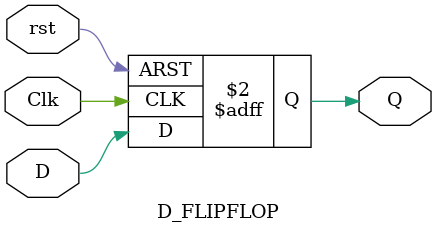
<source format=v>
module D_FLIPFLOP(
input D, rst, Clk,
output reg Q
);
always @(posedge Clk or posedge rst) begin 
if (rst)
Q<=1'b0;
else
Q<=D;
end
endmodule
</source>
